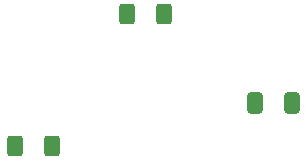
<source format=gbr>
G04 #@! TF.GenerationSoftware,KiCad,Pcbnew,9.0.0*
G04 #@! TF.CreationDate,2025-10-07T06:41:58-03:00*
G04 #@! TF.ProjectId,control temperatura_v3,636f6e74-726f-46c2-9074-656d70657261,rev?*
G04 #@! TF.SameCoordinates,Original*
G04 #@! TF.FileFunction,Paste,Top*
G04 #@! TF.FilePolarity,Positive*
%FSLAX46Y46*%
G04 Gerber Fmt 4.6, Leading zero omitted, Abs format (unit mm)*
G04 Created by KiCad (PCBNEW 9.0.0) date 2025-10-07 06:41:58*
%MOMM*%
%LPD*%
G01*
G04 APERTURE LIST*
G04 Aperture macros list*
%AMRoundRect*
0 Rectangle with rounded corners*
0 $1 Rounding radius*
0 $2 $3 $4 $5 $6 $7 $8 $9 X,Y pos of 4 corners*
0 Add a 4 corners polygon primitive as box body*
4,1,4,$2,$3,$4,$5,$6,$7,$8,$9,$2,$3,0*
0 Add four circle primitives for the rounded corners*
1,1,$1+$1,$2,$3*
1,1,$1+$1,$4,$5*
1,1,$1+$1,$6,$7*
1,1,$1+$1,$8,$9*
0 Add four rect primitives between the rounded corners*
20,1,$1+$1,$2,$3,$4,$5,0*
20,1,$1+$1,$4,$5,$6,$7,0*
20,1,$1+$1,$6,$7,$8,$9,0*
20,1,$1+$1,$8,$9,$2,$3,0*%
G04 Aperture macros list end*
%ADD10RoundRect,0.250000X-0.400000X-0.625000X0.400000X-0.625000X0.400000X0.625000X-0.400000X0.625000X0*%
%ADD11RoundRect,0.250000X-0.412500X-0.650000X0.412500X-0.650000X0.412500X0.650000X-0.412500X0.650000X0*%
G04 APERTURE END LIST*
D10*
X127250000Y-71450000D03*
X130350000Y-71450000D03*
D11*
X147562500Y-67800000D03*
X150687500Y-67800000D03*
D10*
X136725000Y-60275000D03*
X139825000Y-60275000D03*
M02*

</source>
